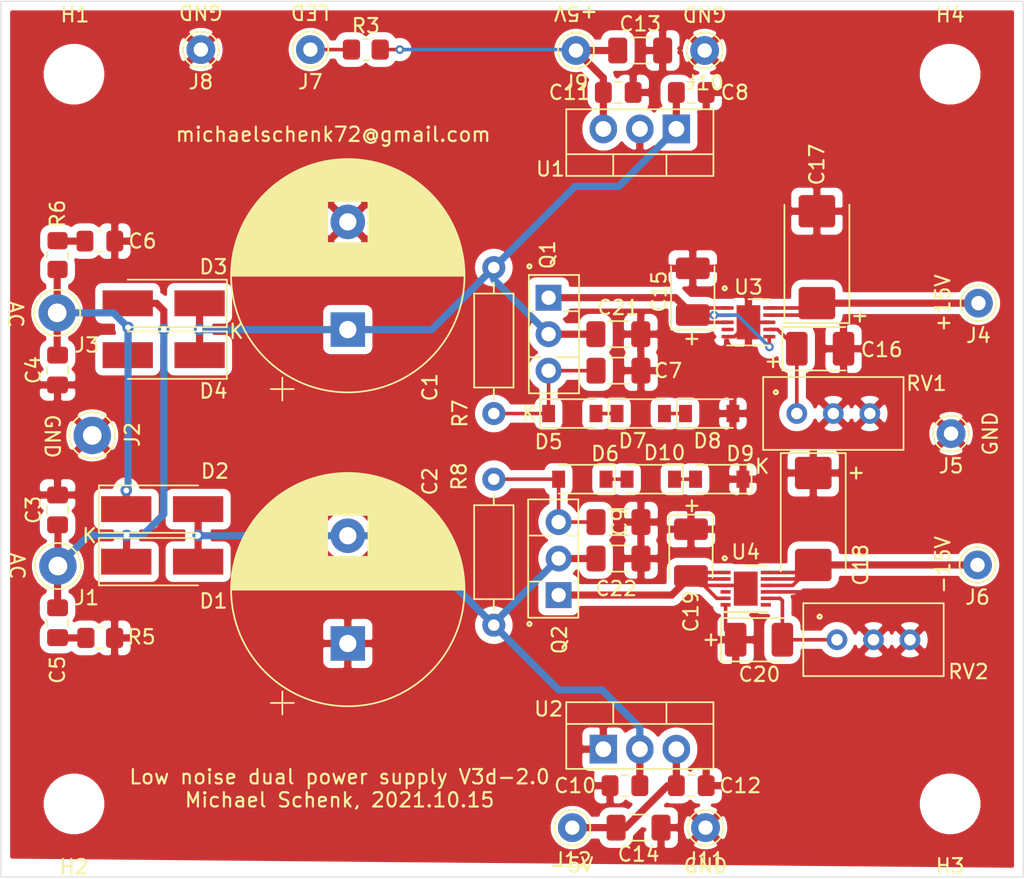
<source format=kicad_pcb>
(kicad_pcb (version 20171130) (host pcbnew "(5.1.10-0-10_14)")
  (layers (0 F.Cu signal) (31 B.Cu signal) (34 B.Paste user) (35 F.Paste user) (36 B.SilkS user) (37 F.SilkS user) (38 B.Mask user) (39 F.Mask user) (44 Edge.Cuts user))
  (net 0 "")
  (net 1 GND)
  (net 2 "Net-(C1-Pad1)")
  (net 3 "Net-(C4-Pad2)")
  (net 4 "Net-(C10-Pad2)")
  (net 5 "Net-(C11-Pad1)")
  (net 6 "Net-(C12-Pad2)")
  (net 7 "Net-(J7-Pad1)")
  (net 8 "Net-(C7-Pad1)")
  (net 9 "Net-(C9-Pad2)")
  (net 10 "Net-(C17-Pad1)")
  (net 11 "Net-(C18-Pad2)")
  (net 12 "Net-(C3-Pad1)")
  (net 13 "Net-(C5-Pad2)")
  (net 14 "Net-(C6-Pad2)")
  (net 15 "Net-(C20-Pad2)")
  (net 16 "Net-(D5-Pad2)")
  (net 17 "Net-(D10-Pad2)")
  (net 18 "Net-(D7-Pad2)")
  (net 19 "Net-(D10-Pad1)")
  (net 20 "Net-(C15-Pad1)")
  (net 21 "Net-(C16-Pad1)")
  (net 22 "Net-(C19-Pad2)")
  (module Capacitor_SMD:C_1206_3216Metric_Pad1.33x1.80mm_HandSolder (layer F.Cu) (at 122.9745 66.7385 180)
    (fp_text reference C22 (at 0.1655 -2.0955 180) (layer F.SilkS))
    (fp_text value 4.7uF/50V)
    (pad 2 smd roundrect (at 1.5625 0 180) (size 1.325 1.8) (layers F.Cu F.Paste F.Mask) (roundrect_rratio 0.188679) (net 4 "Net-(C10-Pad2)"))
    (pad 1 smd roundrect (at -1.5625 0 180) (size 1.325 1.8) (layers F.Cu F.Paste F.Mask) (roundrect_rratio 0.188679) (net 1 GND))
  )
  (module Capacitor_SMD:C_1206_3216Metric_Pad1.33x1.80mm_HandSolder (layer F.Cu) (at 122.961 51.1175)
    (fp_text reference C21 (at 0 -1.85) (layer F.SilkS))
    (fp_text value 4.7uF/50V)
    (pad 2 smd roundrect (at 1.5625 0) (size 1.325 1.8) (layers F.Cu F.Paste F.Mask) (roundrect_rratio 0.188679) (net 1 GND))
    (pad 1 smd roundrect (at -1.5625 0) (size 1.325 1.8) (layers F.Cu F.Paste F.Mask) (roundrect_rratio 0.188679) (net 2 "Net-(C1-Pad1)"))
  )
  (module Package_DFN_QFN:DFN-12-1EP_3x3mm_P0.45mm_EP1.66x2.38mm (layer F.Cu) (at 131.826 68.834)
    (fp_text reference U4 (at 0 -2.55) (layer F.SilkS))
    (fp_text value LT3094xDD-12DFN)
    (pad 13 smd rect (at 0 0) (size 1.66 2.38) (layers F.Cu F.Mask) (net 22 "Net-(C19-Pad2)"))
    (pad 12 smd rect (at 1.4 -1.125) (size 0.7 0.25) (layers F.Cu F.Paste F.Mask) (net 11 "Net-(C18-Pad2)"))
    (pad 11 smd rect (at 1.4 -0.675) (size 0.7 0.25) (layers F.Cu F.Paste F.Mask) (net 11 "Net-(C18-Pad2)"))
    (pad 10 smd rect (at 1.4 -0.225) (size 0.7 0.25) (layers F.Cu F.Paste F.Mask) (net 11 "Net-(C18-Pad2)"))
    (pad 9 smd rect (at 1.4 0.225) (size 0.7 0.25) (layers F.Cu F.Paste F.Mask) (net 1 GND))
    (pad 8 smd rect (at 1.4 0.675) (size 0.7 0.25) (layers F.Cu F.Paste F.Mask) (net 15 "Net-(C20-Pad2)"))
    (pad 7 smd rect (at 1.4 1.125) (size 0.7 0.25) (layers F.Cu F.Paste F.Mask))
    (pad 6 smd rect (at -1.4 1.125) (size 0.7 0.25) (layers F.Cu F.Paste F.Mask) (net 1 GND))
    (pad 5 smd rect (at -1.4 0.675) (size 0.7 0.25) (layers F.Cu F.Paste F.Mask) (net 22 "Net-(C19-Pad2)"))
    (pad 4 smd rect (at -1.4 0.225) (size 0.7 0.25) (layers F.Cu F.Paste F.Mask))
    (pad 3 smd rect (at -1.4 -0.225) (size 0.7 0.25) (layers F.Cu F.Paste F.Mask) (net 22 "Net-(C19-Pad2)"))
    (pad 2 smd rect (at -1.4 -0.675) (size 0.7 0.25) (layers F.Cu F.Paste F.Mask) (net 22 "Net-(C19-Pad2)"))
    (pad 1 smd rect (at -1.4 -1.125) (size 0.7 0.25) (layers F.Cu F.Paste F.Mask) (net 22 "Net-(C19-Pad2)"))
  )
  (module Capacitor_Tantalum_SMD:CP_EIA-3528-15_AVX-H_Pad1.50x2.35mm_HandSolder (layer F.Cu) (at 132.7525 72.39)
    (fp_text reference C20 (at 0.026 2.413) (layer F.SilkS))
    (fp_text value 4.7uF/35V)
    (pad 2 smd roundrect (at 1.625 0) (size 1.5 2.35) (layers F.Cu F.Paste F.Mask) (roundrect_rratio 0.166667) (net 15 "Net-(C20-Pad2)"))
    (pad 1 smd roundrect (at -1.625 0) (size 1.5 2.35) (layers F.Cu F.Paste F.Mask) (roundrect_rratio 0.166667) (net 1 GND))
  )
  (module Capacitor_Tantalum_SMD:CP_EIA-3528-15_AVX-H_Pad1.50x2.35mm_HandSolder (layer F.Cu) (at 128.016 66.32 270)
    (fp_text reference C19 (at 4.1015 0 90) (layer F.SilkS))
    (fp_text value 4.7uF/35V)
    (pad 2 smd roundrect (at 1.625 0 270) (size 1.5 2.35) (layers F.Cu F.Paste F.Mask) (roundrect_rratio 0.166667) (net 22 "Net-(C19-Pad2)"))
    (pad 1 smd roundrect (at -1.625 0 270) (size 1.5 2.35) (layers F.Cu F.Paste F.Mask) (roundrect_rratio 0.166667) (net 1 GND))
  )
  (module Package_DFN_QFN:DFN-10-1EP_3x3mm_P0.5mm_EP1.65x2.38mm (layer F.Cu) (at 132.0165 50.292)
    (fp_text reference U3 (at 0 -2.45) (layer F.SilkS))
    (fp_text value LT3045xDD-10DFN)
    (pad 11 smd rect (at 0 0) (size 1.65 2.38) (layers F.Cu F.Mask) (net 1 GND))
    (pad 10 smd roundrect (at 1.45 -1) (size 0.85 0.25) (layers F.Cu F.Paste F.Mask) (net 10 "Net-(C17-Pad1)"))
    (pad 9 smd roundrect (at 1.45 -0.5) (size 0.85 0.25) (layers F.Cu F.Paste F.Mask) (net 10 "Net-(C17-Pad1)"))
    (pad 8 smd roundrect (at 1.45 0) (size 0.85 0.25) (layers F.Cu F.Paste F.Mask) (net 1 GND))
    (pad 7 smd roundrect (at 1.45 0.5) (size 0.85 0.25) (layers F.Cu F.Paste F.Mask) (net 21 "Net-(C16-Pad1)"))
    (pad 6 smd roundrect (at 1.45 1) (size 0.85 0.25) (layers F.Cu F.Paste F.Mask) (net 20 "Net-(C15-Pad1)"))
    (pad 5 smd roundrect (at -1.45 1) (size 0.85 0.25) (layers F.Cu F.Paste F.Mask) (net 1 GND))
    (pad 4 smd roundrect (at -1.45 0.5) (size 0.85 0.25) (layers F.Cu F.Paste F.Mask))
    (pad 3 smd roundrect (at -1.45 0) (size 0.85 0.25) (layers F.Cu F.Paste F.Mask) (net 20 "Net-(C15-Pad1)"))
    (pad 2 smd roundrect (at -1.45 -0.5) (size 0.85 0.25) (layers F.Cu F.Paste F.Mask) (net 20 "Net-(C15-Pad1)"))
    (pad 1 smd roundrect (at -1.45 -1) (size 0.85 0.25) (layers F.Cu F.Paste F.Mask) (net 20 "Net-(C15-Pad1)"))
  )
  (module Capacitor_Tantalum_SMD:CP_EIA-3528-15_AVX-H_Pad1.50x2.35mm_HandSolder (layer F.Cu) (at 137.007 52.1335)
    (fp_text reference C16 (at 4.2805 0.0635) (layer F.SilkS))
    (fp_text value 4.7uF/35V)
    (pad 2 smd roundrect (at 1.625 0) (size 1.5 2.35) (layers F.Cu F.Paste F.Mask) (roundrect_rratio 0.166667) (net 1 GND))
    (pad 1 smd roundrect (at -1.625 0) (size 1.5 2.35) (layers F.Cu F.Paste F.Mask) (roundrect_rratio 0.166667) (net 21 "Net-(C16-Pad1)"))
  )
  (module Capacitor_Tantalum_SMD:CP_EIA-3528-15_AVX-H_Pad1.50x2.35mm_HandSolder (layer F.Cu) (at 128.143 48.159 90)
    (fp_text reference C15 (at 0 -2.35 90) (layer F.SilkS))
    (fp_text value 4.7uF/35V)
    (pad 2 smd roundrect (at 1.625 0 90) (size 1.5 2.35) (layers F.Cu F.Paste F.Mask) (roundrect_rratio 0.166667) (net 1 GND))
    (pad 1 smd roundrect (at -1.625 0 90) (size 1.5 2.35) (layers F.Cu F.Paste F.Mask) (roundrect_rratio 0.166667) (net 20 "Net-(C15-Pad1)"))
  )
  (module Capacitor_SMD:C_1206_3216Metric_Pad1.33x1.80mm_HandSolder (layer F.Cu) (at 122.9745 64.1985 180)
    (fp_text reference C9 (at -0.0885 0 90) (layer F.SilkS))
    (fp_text value 4.7uF/50V)
    (pad 2 smd roundrect (at 1.5625 0 180) (size 1.325 1.8) (layers F.Cu F.Paste F.Mask) (roundrect_rratio 0.188679) (net 9 "Net-(C9-Pad2)"))
    (pad 1 smd roundrect (at -1.5625 0 180) (size 1.325 1.8) (layers F.Cu F.Paste F.Mask) (roundrect_rratio 0.188679) (net 1 GND))
  )
  (module Capacitor_SMD:C_1206_3216Metric_Pad1.33x1.80mm_HandSolder (layer F.Cu) (at 122.9745 53.6575)
    (fp_text reference C7 (at 3.454 0) (layer F.SilkS))
    (fp_text value 4.7uF/50V)
    (pad 2 smd roundrect (at 1.5625 0) (size 1.325 1.8) (layers F.Cu F.Paste F.Mask) (roundrect_rratio 0.188679) (net 1 GND))
    (pad 1 smd roundrect (at -1.5625 0) (size 1.325 1.8) (layers F.Cu F.Paste F.Mask) (roundrect_rratio 0.188679) (net 8 "Net-(C7-Pad1)"))
  )
  (module Connector_Pin:Pin_D1.0mm_L10.0mm (layer F.Cu) (at 119.761 85.471)
    (fp_text reference J12 (at 0 2.25) (layer F.SilkS))
    (fp_text value -5V)
    (pad 1 thru_hole circle (at 0 0) (size 2 2) (drill 1) (layers *.Cu *.Mask) (net 6 "Net-(C12-Pad2)"))
  )
  (module Connector_Pin:Pin_D1.0mm_L10.0mm (layer F.Cu) (at 129.032 85.471)
    (fp_text reference J11 (at 0 2.25) (layer F.SilkS))
    (fp_text value GND)
    (pad 1 thru_hole circle (at 0 0) (size 2 2) (drill 1) (layers *.Cu *.Mask) (net 1 GND))
  )
  (module Connector_Pin:Pin_D1.0mm_L10.0mm (layer F.Cu) (at 128.9685 31.369)
    (fp_text reference J10 (at 0 2.25) (layer F.SilkS))
    (fp_text value GND)
    (pad 1 thru_hole circle (at 0 0) (size 2 2) (drill 1) (layers *.Cu *.Mask) (net 1 GND))
  )
  (module Connector_Pin:Pin_D1.0mm_L10.0mm (layer F.Cu) (at 120.015 31.369)
    (fp_text reference J9 (at 0 2.25) (layer F.SilkS))
    (fp_text value +5V)
    (pad 1 thru_hole circle (at 0 0) (size 2 2) (drill 1) (layers *.Cu *.Mask) (net 5 "Net-(C11-Pad1)"))
  )
  (module Connector_Pin:Pin_D1.0mm_L10.0mm (layer F.Cu) (at 93.9165 31.3055)
    (fp_text reference J8 (at 0 2.25) (layer F.SilkS))
    (fp_text value GND)
    (pad 1 thru_hole circle (at 0 0) (size 2 2) (drill 1) (layers *.Cu *.Mask) (net 1 GND))
  )
  (module Connector_Pin:Pin_D1.0mm_L10.0mm (layer F.Cu) (at 101.5365 31.3055)
    (fp_text reference J7 (at 0 2.25) (layer F.SilkS))
    (fp_text value LED)
    (pad 1 thru_hole circle (at 0 0) (size 2 2) (drill 1) (layers *.Cu *.Mask) (net 7 "Net-(J7-Pad1)"))
  )
  (module Connector_Pin:Pin_D1.0mm_L10.0mm (layer F.Cu) (at 147.955 67.183)
    (fp_text reference J6 (at 0 2.25) (layer F.SilkS))
    (fp_text value -15V)
    (pad 1 thru_hole circle (at 0 0) (size 2 2) (drill 1) (layers *.Cu *.Mask) (net 11 "Net-(C18-Pad2)"))
  )
  (module Connector_Pin:Pin_D1.0mm_L10.0mm (layer F.Cu) (at 146.1135 58.039)
    (fp_text reference J5 (at 0 2.25) (layer F.SilkS))
    (fp_text value GND)
    (pad 1 thru_hole circle (at 0 0) (size 2 2) (drill 1) (layers *.Cu *.Mask) (net 1 GND))
  )
  (module Connector_Pin:Pin_D1.0mm_L10.0mm (layer F.Cu) (at 148.0185 48.9585)
    (fp_text reference J4 (at 0 2.25) (layer F.SilkS))
    (fp_text value +15V)
    (pad 1 thru_hole circle (at 0 0) (size 2 2) (drill 1) (layers *.Cu *.Mask) (net 10 "Net-(C17-Pad1)"))
  )
  (module Diode_SMD:D_SOD-123 (layer F.Cu) (at 125.221 61.214 180)
    (fp_text reference D10 (at -0.9535 1.8415) (layer F.SilkS))
    (fp_text value MMSZ5232B/5.6V)
    (pad 2 smd rect (at 1.65 0 180) (size 0.9 1.2) (layers F.Cu F.Paste F.Mask) (net 17 "Net-(D10-Pad2)"))
    (pad 1 smd rect (at -1.65 0 180) (size 0.9 1.2) (layers F.Cu F.Paste F.Mask) (net 19 "Net-(D10-Pad1)"))
  )
  (module Diode_SMD:D_SOD-123 (layer F.Cu) (at 129.9835 61.214 180)
    (fp_text reference D9 (at -1.4615 1.778) (layer F.SilkS))
    (fp_text value MMSZ5232B/5.6V)
    (pad 2 smd rect (at 1.65 0 180) (size 0.9 1.2) (layers F.Cu F.Paste F.Mask) (net 19 "Net-(D10-Pad1)"))
    (pad 1 smd rect (at -1.65 0 180) (size 0.9 1.2) (layers F.Cu F.Paste F.Mask) (net 1 GND))
  )
  (module Diode_SMD:D_SOD-123 (layer F.Cu) (at 129.285 56.642)
    (fp_text reference D8 (at -0.126 1.905) (layer F.SilkS))
    (fp_text value MMSZ5232B/5.6V)
    (pad 2 smd rect (at 1.65 0) (size 0.9 1.2) (layers F.Cu F.Paste F.Mask) (net 1 GND))
    (pad 1 smd rect (at -1.65 0) (size 0.9 1.2) (layers F.Cu F.Paste F.Mask) (net 18 "Net-(D7-Pad2)"))
  )
  (module Diode_SMD:D_SOD-123 (layer F.Cu) (at 124.5225 56.642)
    (fp_text reference D7 (at -0.5705 1.905) (layer F.SilkS))
    (fp_text value MMSZ5232B/5.6V)
    (pad 2 smd rect (at 1.65 0) (size 0.9 1.2) (layers F.Cu F.Paste F.Mask) (net 18 "Net-(D7-Pad2)"))
    (pad 1 smd rect (at -1.65 0) (size 0.9 1.2) (layers F.Cu F.Paste F.Mask) (net 16 "Net-(D5-Pad2)"))
  )
  (module Capacitor_SMD:C_1206_3216Metric_Pad1.33x1.80mm_HandSolder (layer F.Cu) (at 124.3715 85.471 180)
    (fp_text reference C14 (at 0 -1.85) (layer F.SilkS))
    (fp_text value 10uF/25V)
    (pad 2 smd roundrect (at 1.5625 0 180) (size 1.325 1.8) (layers F.Cu F.Paste F.Mask) (roundrect_rratio 0.1886784905660377) (net 6 "Net-(C12-Pad2)"))
    (pad 1 smd roundrect (at -1.5625 0 180) (size 1.325 1.8) (layers F.Cu F.Paste F.Mask) (roundrect_rratio 0.1886784905660377) (net 1 GND))
  )
  (module Capacitor_SMD:C_1206_3216Metric_Pad1.33x1.80mm_HandSolder (layer F.Cu) (at 124.485 31.369)
    (fp_text reference C13 (at 0 -1.85) (layer F.SilkS))
    (fp_text value 10uF/25V)
    (pad 2 smd roundrect (at 1.5625 0) (size 1.325 1.8) (layers F.Cu F.Paste F.Mask) (roundrect_rratio 0.1886784905660377) (net 1 GND))
    (pad 1 smd roundrect (at -1.5625 0) (size 1.325 1.8) (layers F.Cu F.Paste F.Mask) (roundrect_rratio 0.1886784905660377) (net 5 "Net-(C11-Pad1)"))
  )
  (module Capacitor_SMD:C_0805_2012Metric_Pad1.18x1.45mm_HandSolder (layer F.Cu) (at 122.9575 34.29)
    (fp_text reference C11 (at -3.387 0) (layer F.SilkS))
    (fp_text value 100nF)
    (pad 2 smd roundrect (at 1.0375 0) (size 1.175 1.45) (layers F.Cu F.Paste F.Mask) (roundrect_rratio 0.2127659574468085) (net 1 GND))
    (pad 1 smd roundrect (at -1.0375 0) (size 1.175 1.45) (layers F.Cu F.Paste F.Mask) (roundrect_rratio 0.2127659574468085) (net 5 "Net-(C11-Pad1)"))
  )
  (module Resistor_THT:R_Axial_DIN0207_L6.3mm_D2.5mm_P10.16mm_Horizontal (layer F.Cu) (at 114.3 61.214 270)
    (fp_text reference R8 (at -0.1905 2.413 90) (layer F.SilkS))
    (fp_text value 430R/0.6W)
    (pad 2 thru_hole oval (at 10.16 0 270) (size 1.6 1.6) (drill 0.8) (layers *.Cu *.Mask) (net 4 "Net-(C10-Pad2)"))
    (pad 1 thru_hole circle (at 0 0 270) (size 1.6 1.6) (drill 0.8) (layers *.Cu *.Mask) (net 9 "Net-(C9-Pad2)"))
  )
  (module Resistor_THT:R_Axial_DIN0207_L6.3mm_D2.5mm_P10.16mm_Horizontal (layer F.Cu) (at 114.3 46.482 270)
    (fp_text reference R7 (at 10.16 2.3495 90) (layer F.SilkS))
    (fp_text value 430R/0.6W)
    (pad 2 thru_hole oval (at 10.16 0 270) (size 1.6 1.6) (drill 0.8) (layers *.Cu *.Mask) (net 8 "Net-(C7-Pad1)"))
    (pad 1 thru_hole circle (at 0 0 270) (size 1.6 1.6) (drill 0.8) (layers *.Cu *.Mask) (net 2 "Net-(C1-Pad1)"))
  )
  (module Resistor_SMD:R_0805_2012Metric_Pad1.20x1.40mm_HandSolder (layer F.Cu) (at 83.947 45.609 270)
    (fp_text reference R6 (at -2.8735 0 90) (layer F.SilkS))
    (fp_text value Rs/1/8W)
    (pad 2 smd roundrect (at 1 0 270) (size 1.2 1.4) (layers F.Cu F.Paste F.Mask) (roundrect_rratio 0.2083325) (net 3 "Net-(C4-Pad2)"))
    (pad 1 smd roundrect (at -1 0 270) (size 1.2 1.4) (layers F.Cu F.Paste F.Mask) (roundrect_rratio 0.2083325) (net 14 "Net-(C6-Pad2)"))
  )
  (module Resistor_SMD:R_0805_2012Metric_Pad1.20x1.40mm_HandSolder (layer F.Cu) (at 86.9155 72.263)
    (fp_text reference R5 (at 2.8735 -0.0635) (layer F.SilkS))
    (fp_text value Rs/1/8W)
    (pad 2 smd roundrect (at 1 0) (size 1.2 1.4) (layers F.Cu F.Paste F.Mask) (roundrect_rratio 0.2083325) (net 1 GND))
    (pad 1 smd roundrect (at -1 0) (size 1.2 1.4) (layers F.Cu F.Paste F.Mask) (roundrect_rratio 0.2083325) (net 13 "Net-(C5-Pad2)"))
  )
  (module Package_TO_SOT_THT:TO-126-3_Vertical (layer F.Cu) (at 118.8085 69.2785 90)
    (fp_text reference Q2 (at -3.1115 0.0635 90) (layer F.SilkS))
    (fp_text value BD140)
    (pad 3 thru_hole oval (at 5.08 0 90) (size 1.8 1.8) (drill 1) (layers *.Cu *.Mask) (net 9 "Net-(C9-Pad2)"))
    (pad 2 thru_hole oval (at 2.54 0 90) (size 1.8 1.8) (drill 1) (layers *.Cu *.Mask) (net 4 "Net-(C10-Pad2)"))
    (pad 1 thru_hole rect (at 0 0 90) (size 1.8 1.8) (drill 1) (layers *.Cu *.Mask) (net 22 "Net-(C19-Pad2)"))
  )
  (module Package_TO_SOT_THT:TO-126-3_Vertical (layer F.Cu) (at 118.11 48.5775 270)
    (fp_text reference Q1 (at -2.9845 0.0635 90) (layer F.SilkS))
    (fp_text value BD139)
    (pad 3 thru_hole oval (at 5.08 0 270) (size 1.8 1.8) (drill 1) (layers *.Cu *.Mask) (net 8 "Net-(C7-Pad1)"))
    (pad 2 thru_hole oval (at 2.54 0 270) (size 1.8 1.8) (drill 1) (layers *.Cu *.Mask) (net 2 "Net-(C1-Pad1)"))
    (pad 1 thru_hole rect (at 0 0 270) (size 1.8 1.8) (drill 1) (layers *.Cu *.Mask) (net 20 "Net-(C15-Pad1)"))
  )
  (module Diode_SMD:D_SOD-123 (layer F.Cu) (at 120.4585 61.214 180)
    (fp_text reference D6 (at -1.5885 1.778) (layer F.SilkS))
    (fp_text value MMSZ5232B/5.6V)
    (pad 2 smd rect (at 1.65 0 180) (size 0.9 1.2) (layers F.Cu F.Paste F.Mask) (net 9 "Net-(C9-Pad2)"))
    (pad 1 smd rect (at -1.65 0 180) (size 0.9 1.2) (layers F.Cu F.Paste F.Mask) (net 17 "Net-(D10-Pad2)"))
  )
  (module Diode_SMD:D_SOD-123 (layer F.Cu) (at 119.76 56.642)
    (fp_text reference D5 (at -1.65 1.9685) (layer F.SilkS))
    (fp_text value MMSZ5232B/5.6V)
    (pad 2 smd rect (at 1.65 0) (size 0.9 1.2) (layers F.Cu F.Paste F.Mask) (net 16 "Net-(D5-Pad2)"))
    (pad 1 smd rect (at -1.65 0) (size 0.9 1.2) (layers F.Cu F.Paste F.Mask) (net 8 "Net-(C7-Pad1)"))
  )
  (module Capacitor_SMD:C_0805_2012Metric_Pad1.18x1.45mm_HandSolder (layer F.Cu) (at 86.8895 44.6405 180)
    (fp_text reference C6 (at -2.963 0) (layer F.SilkS))
    (fp_text value Cs/50V)
    (pad 2 smd roundrect (at 1.0375 0 180) (size 1.175 1.45) (layers F.Cu F.Paste F.Mask) (roundrect_rratio 0.2127659574468085) (net 14 "Net-(C6-Pad2)"))
    (pad 1 smd roundrect (at -1.0375 0 180) (size 1.175 1.45) (layers F.Cu F.Paste F.Mask) (roundrect_rratio 0.2127659574468085) (net 1 GND))
  )
  (module Capacitor_SMD:C_0805_2012Metric_Pad1.18x1.45mm_HandSolder (layer F.Cu) (at 83.947 71.205 270)
    (fp_text reference C5 (at 3.2805 0 90) (layer F.SilkS))
    (fp_text value Cs/50V)
    (pad 2 smd roundrect (at 1.0375 0 270) (size 1.175 1.45) (layers F.Cu F.Paste F.Mask) (roundrect_rratio 0.2127659574468085) (net 13 "Net-(C5-Pad2)"))
    (pad 1 smd roundrect (at -1.0375 0 270) (size 1.175 1.45) (layers F.Cu F.Paste F.Mask) (roundrect_rratio 0.2127659574468085) (net 12 "Net-(C3-Pad1)"))
  )
  (module Capacitor_SMD:C_0805_2012Metric_Pad1.18x1.45mm_HandSolder (layer F.Cu) (at 83.947 53.6155 90)
    (fp_text reference C4 (at 0 -1.68 90) (layer F.SilkS))
    (fp_text value Cx/10nF/50V)
    (pad 2 smd roundrect (at 1.0375 0 90) (size 1.175 1.45) (layers F.Cu F.Paste F.Mask) (roundrect_rratio 0.2127659574468085) (net 3 "Net-(C4-Pad2)"))
    (pad 1 smd roundrect (at -1.0375 0 90) (size 1.175 1.45) (layers F.Cu F.Paste F.Mask) (roundrect_rratio 0.2127659574468085) (net 1 GND))
  )
  (module Capacitor_SMD:C_0805_2012Metric_Pad1.18x1.45mm_HandSolder (layer F.Cu) (at 83.947 63.3515 90)
    (fp_text reference C3 (at 0 -1.68 90) (layer F.SilkS))
    (fp_text value Cx/10nF/50V)
    (pad 2 smd roundrect (at 1.0375 0 90) (size 1.175 1.45) (layers F.Cu F.Paste F.Mask) (roundrect_rratio 0.2127659574468085) (net 1 GND))
    (pad 1 smd roundrect (at -1.0375 0 90) (size 1.175 1.45) (layers F.Cu F.Paste F.Mask) (roundrect_rratio 0.2127659574468085) (net 12 "Net-(C3-Pad1)"))
  )
  (module Capacitor_Tantalum_SMD:CP_EIA-7343-31_Kemet-D_Pad2.25x2.55mm_HandSolder (layer F.Cu) (at 136.525 63.983 270)
    (fp_text reference C18 (at 3.2 -3.302 90) (layer F.SilkS))
    (fp_text value 33uF)
    (pad 2 smd roundrect (at 3.2 0 270) (size 2.25 2.55) (layers F.Cu F.Paste F.Mask) (roundrect_rratio 0.1111106666666667) (net 11 "Net-(C18-Pad2)"))
    (pad 1 smd roundrect (at -3.2 0 270) (size 2.25 2.55) (layers F.Cu F.Paste F.Mask) (roundrect_rratio 0.1111106666666667) (net 1 GND))
  )
  (module Capacitor_Tantalum_SMD:CP_EIA-7343-31_Kemet-D_Pad2.25x2.55mm_HandSolder (layer F.Cu) (at 136.779 45.7585 90)
    (fp_text reference C17 (at 6.452 0 90) (layer F.SilkS))
    (fp_text value 33uF)
    (pad 2 smd roundrect (at 3.2 0 90) (size 2.25 2.55) (layers F.Cu F.Paste F.Mask) (roundrect_rratio 0.1111106666666667) (net 1 GND))
    (pad 1 smd roundrect (at -3.2 0 90) (size 2.25 2.55) (layers F.Cu F.Paste F.Mask) (roundrect_rratio 0.1111106666666667) (net 10 "Net-(C17-Pad1)"))
  )
  (module Package_TO_SOT_THT:TO-220-3_Vertical (layer F.Cu) (at 121.92 80.01)
    (fp_text reference U2 (at -3.81 -2.794) (layer F.SilkS))
    (fp_text value LM7905_TO220)
    (pad 3 thru_hole oval (at 5.08 0) (size 1.905 2) (drill 1.1) (layers *.Cu *.Mask) (net 6 "Net-(C12-Pad2)"))
    (pad 2 thru_hole oval (at 2.54 0) (size 1.905 2) (drill 1.1) (layers *.Cu *.Mask) (net 4 "Net-(C10-Pad2)"))
    (pad 1 thru_hole rect (at 0 0) (size 1.905 2) (drill 1.1) (layers *.Cu *.Mask) (net 1 GND))
  )
  (module Package_TO_SOT_THT:TO-220-3_Vertical (layer F.Cu) (at 127 36.83 180)
    (fp_text reference U1 (at 8.763 -2.794) (layer F.SilkS))
    (fp_text value LM7805_TO220)
    (pad 3 thru_hole oval (at 5.08 0 180) (size 1.905 2) (drill 1.1) (layers *.Cu *.Mask) (net 5 "Net-(C11-Pad1)"))
    (pad 2 thru_hole oval (at 2.54 0 180) (size 1.905 2) (drill 1.1) (layers *.Cu *.Mask) (net 1 GND))
    (pad 1 thru_hole rect (at 0 0 180) (size 1.905 2) (drill 1.1) (layers *.Cu *.Mask) (net 2 "Net-(C1-Pad1)"))
  )
  (module Diode_SMD:D_SMA_Handsoldering (layer F.Cu) (at 91.3276 52.578 180)
    (fp_text reference D4 (at -3.4652 -2.5) (layer F.SilkS))
    (fp_text value BYG20D)
    (pad 2 smd rect (at 2.5 0 180) (size 3.5 1.8) (layers F.Cu F.Paste F.Mask) (net 3 "Net-(C4-Pad2)"))
    (pad 1 smd rect (at -2.5 0 180) (size 3.5 1.8) (layers F.Cu F.Paste F.Mask) (net 2 "Net-(C1-Pad1)"))
  )
  (module Diode_SMD:D_SMA_Handsoldering (layer F.Cu) (at 91.3276 48.9712 180)
    (fp_text reference D3 (at -3.4652 2.54) (layer F.SilkS))
    (fp_text value BYG20D)
    (pad 2 smd rect (at 2.5 0 180) (size 3.5 1.8) (layers F.Cu F.Paste F.Mask) (net 12 "Net-(C3-Pad1)"))
    (pad 1 smd rect (at -2.5 0 180) (size 3.5 1.8) (layers F.Cu F.Paste F.Mask) (net 2 "Net-(C1-Pad1)"))
  )
  (module Diode_SMD:D_SMA_Handsoldering (layer F.Cu) (at 91.226 63.2968)
    (fp_text reference D2 (at 3.6684 -2.6416) (layer F.SilkS))
    (fp_text value BYG20D)
    (pad 2 smd rect (at 2.5 0) (size 3.5 1.8) (layers F.Cu F.Paste F.Mask) (net 4 "Net-(C10-Pad2)"))
    (pad 1 smd rect (at -2.5 0) (size 3.5 1.8) (layers F.Cu F.Paste F.Mask) (net 3 "Net-(C4-Pad2)"))
  )
  (module Diode_SMD:D_SMA_Handsoldering (layer F.Cu) (at 91.226 66.9544)
    (fp_text reference D1 (at 3.5668 2.7432) (layer F.SilkS))
    (fp_text value BYG20D)
    (pad 2 smd rect (at 2.5 0) (size 3.5 1.8) (layers F.Cu F.Paste F.Mask) (net 4 "Net-(C10-Pad2)"))
    (pad 1 smd rect (at -2.5 0) (size 3.5 1.8) (layers F.Cu F.Paste F.Mask) (net 12 "Net-(C3-Pad1)"))
  )
  (module Capacitor_THT:CP_Radial_D16.0mm_P7.50mm (layer F.Cu) (at 104.14 72.651 90)
    (fp_text reference C2 (at 11.2846 5.715 90) (layer F.SilkS))
    (fp_text value 2200uF)
    (pad 2 thru_hole circle (at 7.5 0 90) (size 2.4 2.4) (drill 1.2) (layers *.Cu *.Mask) (net 4 "Net-(C10-Pad2)"))
    (pad 1 thru_hole rect (at 0 0 90) (size 2.4 2.4) (drill 1.2) (layers *.Cu *.Mask) (net 1 GND))
  )
  (module Capacitor_THT:CP_Radial_D16.0mm_P7.50mm (layer F.Cu) (at 104.14 50.8 90)
    (fp_text reference C1 (at -4.0132 5.715 90) (layer F.SilkS))
    (fp_text value 2200uF)
    (pad 2 thru_hole circle (at 7.5 0 90) (size 2.4 2.4) (drill 1.2) (layers *.Cu *.Mask) (net 1 GND))
    (pad 1 thru_hole rect (at 0 0 90) (size 2.4 2.4) (drill 1.2) (layers *.Cu *.Mask) (net 2 "Net-(C1-Pad1)"))
  )
  (module Resistor_SMD:R_0805_2012Metric_Pad1.20x1.40mm_HandSolder (layer F.Cu) (at 105.394 31.3055)
    (fp_text reference R3 (at 0 -1.65) (layer F.SilkS))
    (fp_text value 240R)
    (pad 2 smd roundrect (at 1 0) (size 1.2 1.4) (layers F.Cu F.Paste F.Mask) (roundrect_rratio 0.2083325) (net 5 "Net-(C11-Pad1)"))
    (pad 1 smd roundrect (at -1 0) (size 1.2 1.4) (layers F.Cu F.Paste F.Mask) (roundrect_rratio 0.2083325) (net 7 "Net-(J7-Pad1)"))
  )
  (module Capacitor_SMD:C_0805_2012Metric_Pad1.18x1.45mm_HandSolder (layer F.Cu) (at 128.0375 82.55 180)
    (fp_text reference C12 (at -3.4075 0) (layer F.SilkS))
    (fp_text value 100nF)
    (pad 2 smd roundrect (at 1.0375 0 180) (size 1.175 1.45) (layers F.Cu F.Paste F.Mask) (roundrect_rratio 0.2127659574468085) (net 6 "Net-(C12-Pad2)"))
    (pad 1 smd roundrect (at -1.0375 0 180) (size 1.175 1.45) (layers F.Cu F.Paste F.Mask) (roundrect_rratio 0.2127659574468085) (net 1 GND))
  )
  (module Capacitor_SMD:C_0805_2012Metric_Pad1.18x1.45mm_HandSolder (layer F.Cu) (at 123.4225 82.55)
    (fp_text reference C10 (at -3.471 0) (layer F.SilkS))
    (fp_text value 330nF)
    (pad 2 smd roundrect (at 1.0375 0) (size 1.175 1.45) (layers F.Cu F.Paste F.Mask) (roundrect_rratio 0.2127659574468085) (net 4 "Net-(C10-Pad2)"))
    (pad 1 smd roundrect (at -1.0375 0) (size 1.175 1.45) (layers F.Cu F.Paste F.Mask) (roundrect_rratio 0.2127659574468085) (net 1 GND))
  )
  (module Capacitor_SMD:C_0805_2012Metric_Pad1.18x1.45mm_HandSolder (layer F.Cu) (at 128.0375 34.29)
    (fp_text reference C8 (at 3.0265 0) (layer F.SilkS))
    (fp_text value 330nF)
    (pad 2 smd roundrect (at 1.0375 0) (size 1.175 1.45) (layers F.Cu F.Paste F.Mask) (roundrect_rratio 0.2127659574468085) (net 1 GND))
    (pad 1 smd roundrect (at -1.0375 0) (size 1.175 1.45) (layers F.Cu F.Paste F.Mask) (roundrect_rratio 0.2127659574468085) (net 2 "Net-(C1-Pad1)"))
  )
  (module Potentiometer_THT:Potentiometer_Bourns_3296W_Vertical (layer F.Cu) (at 138.176 72.39 180)
    (fp_text reference RV2 (at -9.144 -2.2225) (layer F.SilkS))
    (fp_text value 200k)
    (pad 3 thru_hole circle (at -5.08 0 180) (size 1.44 1.44) (drill 0.8) (layers *.Cu *.Mask) (net 1 GND))
    (pad 2 thru_hole circle (at -2.54 0 180) (size 1.44 1.44) (drill 0.8) (layers *.Cu *.Mask) (net 1 GND))
    (pad 1 thru_hole circle (at 0 0 180) (size 1.44 1.44) (drill 0.8) (layers *.Cu *.Mask) (net 15 "Net-(C20-Pad2)"))
  )
  (module Potentiometer_THT:Potentiometer_Bourns_3296W_Vertical (layer F.Cu) (at 135.382 56.642 180)
    (fp_text reference RV1 (at -9.017 2.0955) (layer F.SilkS))
    (fp_text value 200k)
    (pad 3 thru_hole circle (at -5.08 0 180) (size 1.44 1.44) (drill 0.8) (layers *.Cu *.Mask) (net 1 GND))
    (pad 2 thru_hole circle (at -2.54 0 180) (size 1.44 1.44) (drill 0.8) (layers *.Cu *.Mask) (net 1 GND))
    (pad 1 thru_hole circle (at 0 0 180) (size 1.44 1.44) (drill 0.8) (layers *.Cu *.Mask) (net 21 "Net-(C16-Pad1)"))
  )
  (module Connector_Pin:Pin_D1.3mm_L11.0mm (layer F.Cu) (at 83.9216 49.6316)
    (fp_text reference J3 (at 2.0574 2.2479 180) (layer F.SilkS))
    (fp_text value AC)
    (pad 1 thru_hole circle (at 0 0) (size 2.6 2.6) (drill 1.3) (layers *.Cu *.Mask) (net 3 "Net-(C4-Pad2)"))
  )
  (module Connector_Pin:Pin_D1.3mm_L11.0mm (layer F.Cu) (at 86.36 58.166)
    (fp_text reference J2 (at 2.794 -0.0635 270) (layer F.SilkS))
    (fp_text value GND)
    (pad 1 thru_hole circle (at 0 0) (size 2.6 2.6) (drill 1.3) (layers *.Cu *.Mask) (net 1 GND))
  )
  (module Connector_Pin:Pin_D1.3mm_L11.0mm (layer F.Cu) (at 83.9724 67.2592)
    (fp_text reference J1 (at 2.0066 2.2098) (layer F.SilkS))
    (fp_text value AC)
    (pad 1 thru_hole circle (at 0 0) (size 2.6 2.6) (drill 1.3) (layers *.Cu *.Mask) (net 12 "Net-(C3-Pad1)"))
  )
  (module MountingHole:MountingHole_3.2mm_M3 (layer F.Cu) (at 146.05 33.02)
    (fp_text reference H4 (at 0 -4.1275) (layer F.SilkS))
    (fp_text value MountingHole)
    (pad 1 np_thru_hole circle (at 0 0) (size 3.2 3.2) (drill 3.2) (layers *.Cu *.Mask))
  )
  (module MountingHole:MountingHole_3.2mm_M3 (layer F.Cu) (at 146.05 83.82)
    (fp_text reference H3 (at 0 4.318) (layer F.SilkS))
    (fp_text value MountingHole)
    (pad 1 np_thru_hole circle (at 0 0) (size 3.2 3.2) (drill 3.2) (layers *.Cu *.Mask))
  )
  (module MountingHole:MountingHole_3.2mm_M3 (layer F.Cu) (at 85.09 83.82)
    (fp_text reference H2 (at 0 4.3815) (layer F.SilkS))
    (fp_text value MountingHole)
    (pad 1 np_thru_hole circle (at 0 0) (size 3.2 3.2) (drill 3.2) (layers *.Cu *.Mask))
  )
  (module MountingHole:MountingHole_3.2mm_M3 (layer F.Cu) (at 85.09 33.02)
    (fp_text reference H1 (at 0.0635 -4.1275) (layer F.SilkS))
    (fp_text value MountingHole)
    (pad 1 np_thru_hole circle (at 0 0) (size 3.2 3.2) (drill 3.2) (layers *.Cu *.Mask))
  )
  (gr_text + (at 129.413 72.3265) (layer F.SilkS) (effects (font (size 1 1))))
  (gr_text + (at 128.0795 62.992) (layer F.SilkS) (effects (font (size 1 1))))
  (gr_text + (at 128.0795 51.3715) (layer F.SilkS) (effects (font (size 1 1))))
  (gr_text + (at 133.731 52.959) (layer F.SilkS) (effects (font (size 1 1))))
  (gr_text ° (at 116.7765 71.6915) (layer F.SilkS) (effects (font (size 1 1))))
  (gr_text ° (at 116.7765 46.7995) (layer F.SilkS) (effects (font (size 1 1))))
  (gr_text + (at 139.5095 60.706) (layer F.SilkS) (effects (font (size 1 1))))
  (gr_text + (at 139.7635 49.784) (layer F.SilkS) (effects (font (size 1 1))))
  (gr_text ° (at 136.9695 71.1835) (layer F.SilkS) (effects (font (size 1 1))))
  (gr_text ° (at 133.9215 55.5625) (layer F.SilkS) (effects (font (size 1 1))))
  (gr_text ° (at 130.3655 67.1195) (layer F.SilkS) (effects (font (size 1 1))))
  (gr_text ° (at 130.3655 48.3235) (layer F.SilkS) (effects (font (size 1 1))))
  (gr_text K (at 132.969 60.325) (layer F.SilkS) (effects (font (size 1 1))))
  (gr_text K (at 116.7765 56.642) (layer F.SilkS) (effects (font (size 1 1))))
  (gr_text K (at 86.1695 65.151) (layer F.SilkS) (effects (font (size 1 1))))
  (gr_text K (at 96.393 50.927) (layer F.SilkS) (effects (font (size 1 1))))
  (gr_text "Low noise dual power supply V3d-2.0\nMichael Schenk, 2021.10.15" (at 103.5685 82.7405) (layer F.SilkS) (effects (font (size 1 1))))
  (gr_text GND (at 128.9685 28.829 180) (layer F.SilkS) (effects (font (size 1 1))))
  (gr_text +5V (at 120.015 28.7655 180) (layer F.SilkS) (effects (font (size 1 1))))
  (gr_text -5V (at 119.6975 88.0745) (layer F.SilkS) (effects (font (size 1 1))))
  (gr_text GND (at 129.032 88.138) (layer F.SilkS) (effects (font (size 1 1))))
  (gr_text GND (at 93.9165 28.702 180) (layer F.SilkS) (effects (font (size 1 1))))
  (gr_text LED (at 101.5365 28.702 180) (layer F.SilkS) (effects (font (size 1 1))))
  (gr_line (start 80.01 27.94) (end 80.01 88.9) (layer Edge.Cuts) (width 0.05))
  (gr_line (start 151.13 27.94) (end 80.01 27.94) (layer Edge.Cuts) (width 0.05))
  (gr_line (start 151.13 88.9) (end 151.13 27.94) (layer Edge.Cuts) (width 0.05))
  (gr_line (start 80.01 88.9) (end 151.13 88.9) (layer Edge.Cuts) (width 0.05))
  (gr_text michaelschenk72@gmail.com (at 103.124 37.211) (layer F.SilkS) (effects (font (size 1 1))))
  (gr_text GND (at 83.566 58.2295 270) (layer F.SilkS) (effects (font (size 1 1))))
  (gr_text AC (at 81.1276 67.2592 270) (layer F.SilkS) (effects (font (size 1 1))))
  (gr_text AC (at 81.026 49.7332 270) (layer F.SilkS) (effects (font (size 1 1))))
  (gr_text -15V (at 145.542 67.183 90) (layer F.SilkS) (effects (font (size 1 1))))
  (gr_text GND (at 148.844 58.039 90) (layer F.SilkS) (effects (font (size 1 1))))
  (gr_text +15V (at 145.542 48.9585 90) (layer F.SilkS) (effects (font (size 1 1))))
  (segment (start 133.4665 50.292) (end 132.0165 50.292) (width 0.25) (layer F.Cu) (net 1))
  (segment (start 132.0165 50.315022) (end 132.0165 50.292) (width 0.25) (layer F.Cu) (net 1))
  (segment (start 131.039522 51.292) (end 132.0165 50.315022) (width 0.25) (layer F.Cu) (net 1))
  (segment (start 130.5665 51.292) (end 131.039522 51.292) (width 0.25) (layer F.Cu) (net 1))
  (segment (start 133.226 69.059) (end 138.3375 69.059) (width 0.25) (layer F.Cu) (net 1))
  (segment (start 138.3375 69.059) (end 140.0175 70.739) (width 0.25) (layer F.Cu) (net 1))
  (segment (start 130.426 71.6885) (end 131.1275 72.39) (width 0.25) (layer F.Cu) (net 1))
  (segment (start 130.426 69.959) (end 130.426 71.6885) (width 0.25) (layer F.Cu) (net 1))
  (segment (start 93.8276 52.244) (end 93.7984 52.2732) (width 0.5) (layer F.Cu) (net 2))
  (via (at 93.8276 50.8) (size 0.8) (drill 0.4) (layers F.Cu B.Cu) (net 2))
  (segment (start 93.8276 50.8) (end 93.8276 48.9712) (width 0.5) (layer F.Cu) (net 2))
  (segment (start 93.8276 50.8) (end 93.8276 52.578) (width 0.5) (layer F.Cu) (net 2))
  (segment (start 109.982 50.8) (end 114.3 46.482) (width 0.5) (layer B.Cu) (net 2))
  (segment (start 104.14 50.8) (end 109.982 50.8) (width 0.5) (layer B.Cu) (net 2))
  (segment (start 114.3 47.3075) (end 114.3 46.482) (width 0.5) (layer B.Cu) (net 2))
  (segment (start 118.11 51.1175) (end 114.3 47.3075) (width 0.5) (layer B.Cu) (net 2))
  (segment (start 127 36.83) (end 127 34.29) (width 0.5) (layer F.Cu) (net 2))
  (segment (start 114.3 46.482) (end 119.9515 40.8305) (width 0.5) (layer B.Cu) (net 2))
  (segment (start 122.9995 40.8305) (end 127 36.83) (width 0.5) (layer B.Cu) (net 2))
  (segment (start 119.9515 40.8305) (end 122.9995 40.8305) (width 0.5) (layer B.Cu) (net 2))
  (segment (start 104.14 50.8) (end 93.8276 50.8) (width 0.5) (layer B.Cu) (net 2))
  (segment (start 121.3985 51.1175) (end 118.11 51.1175) (width 0.5) (layer F.Cu) (net 2))
  (segment (start 88.726 63.2968) (end 88.726 61.9976) (width 0.5) (layer F.Cu) (net 3))
  (segment (start 87.8332 49.6316) (end 88.8492 50.6476) (width 0.5) (layer B.Cu) (net 3))
  (via (at 88.8492 50.6476) (size 0.8) (drill 0.4) (layers F.Cu B.Cu) (net 3))
  (segment (start 83.9216 49.6316) (end 87.8332 49.6316) (width 0.5) (layer B.Cu) (net 3))
  (segment (start 88.8492 52.5564) (end 88.8276 52.578) (width 0.5) (layer F.Cu) (net 3))
  (segment (start 88.8492 50.6476) (end 88.8492 52.5564) (width 0.5) (layer F.Cu) (net 3))
  (via (at 88.726 61.9976) (size 0.8) (drill 0.4) (layers F.Cu B.Cu) (net 3))
  (segment (start 88.8492 61.8744) (end 88.726 61.9976) (width 0.5) (layer B.Cu) (net 3))
  (segment (start 88.8492 50.6476) (end 88.8492 61.8744) (width 0.5) (layer B.Cu) (net 3))
  (segment (start 83.9216 52.5526) (end 83.947 52.578) (width 0.5) (layer F.Cu) (net 3))
  (segment (start 83.9216 49.6316) (end 83.9216 52.5526) (width 0.5) (layer F.Cu) (net 3))
  (segment (start 83.9216 46.6344) (end 83.947 46.609) (width 0.5) (layer F.Cu) (net 3))
  (segment (start 83.9216 49.6316) (end 83.9216 46.6344) (width 0.5) (layer F.Cu) (net 3))
  (via (at 93.726 65.1256) (size 0.8) (drill 0.4) (layers F.Cu B.Cu) (net 4))
  (segment (start 93.726 65.1256) (end 93.726 63.2968) (width 0.5) (layer F.Cu) (net 4))
  (segment (start 93.726 65.1256) (end 93.726 66.9544) (width 0.5) (layer F.Cu) (net 4))
  (segment (start 124.46 82.55) (end 124.46 80.01) (width 0.5) (layer F.Cu) (net 4))
  (segment (start 108.077 65.151) (end 114.3 71.374) (width 0.5) (layer B.Cu) (net 4))
  (segment (start 104.14 65.151) (end 108.077 65.151) (width 0.5) (layer B.Cu) (net 4))
  (segment (start 114.3 71.247) (end 114.3 71.374) (width 0.5) (layer B.Cu) (net 4))
  (segment (start 118.8085 66.7385) (end 114.3 71.247) (width 0.5) (layer B.Cu) (net 4))
  (segment (start 114.3 71.374) (end 118.8085 75.8825) (width 0.5) (layer B.Cu) (net 4))
  (segment (start 124.46 78.51) (end 124.46 80.01) (width 0.5) (layer B.Cu) (net 4))
  (segment (start 121.8325 75.8825) (end 124.46 78.51) (width 0.5) (layer B.Cu) (net 4))
  (segment (start 118.8085 75.8825) (end 121.8325 75.8825) (width 0.5) (layer B.Cu) (net 4))
  (segment (start 93.7514 65.151) (end 93.726 65.1256) (width 0.5) (layer B.Cu) (net 4))
  (segment (start 104.14 65.151) (end 93.7514 65.151) (width 0.5) (layer B.Cu) (net 4))
  (segment (start 121.412 66.7385) (end 118.8085 66.7385) (width 0.5) (layer F.Cu) (net 4))
  (via (at 107.7595 31.3055) (size 0.6) (drill 0.3) (layers F.Cu B.Cu) (net 5))
  (segment (start 106.394 31.3055) (end 107.7595 31.3055) (width 0.25) (layer F.Cu) (net 5))
  (segment (start 119.9515 31.3055) (end 120.015 31.369) (width 0.25) (layer B.Cu) (net 5))
  (segment (start 107.7595 31.3055) (end 119.9515 31.3055) (width 0.25) (layer B.Cu) (net 5))
  (segment (start 121.92 36.83) (end 121.92 34.29) (width 0.5) (layer F.Cu) (net 5))
  (segment (start 120.015 31.369) (end 122.9225 31.369) (width 0.5) (layer F.Cu) (net 5))
  (segment (start 121.92 34.29) (end 121.92 33.274) (width 0.5) (layer F.Cu) (net 5))
  (segment (start 121.92 33.274) (end 120.015 31.369) (width 0.5) (layer F.Cu) (net 5))
  (segment (start 127 82.55) (end 127 80.01) (width 0.5) (layer F.Cu) (net 6))
  (segment (start 126.3925 82.55) (end 127 82.55) (width 0.5) (layer F.Cu) (net 6))
  (segment (start 123.4715 85.471) (end 126.3925 82.55) (width 0.5) (layer F.Cu) (net 6))
  (segment (start 122.809 85.471) (end 123.4715 85.471) (width 0.5) (layer F.Cu) (net 6))
  (segment (start 122.809 85.471) (end 119.761 85.471) (width 0.5) (layer F.Cu) (net 6))
  (segment (start 104.394 31.3055) (end 101.5365 31.3055) (width 0.25) (layer F.Cu) (net 7))
  (segment (start 114.3 56.642) (end 118.11 56.642) (width 0.25) (layer F.Cu) (net 8))
  (segment (start 118.11 56.642) (end 118.11 53.6575) (width 0.25) (layer F.Cu) (net 8))
  (segment (start 118.11 53.6575) (end 121.412 53.6575) (width 0.25) (layer F.Cu) (net 8))
  (segment (start 114.3 61.214) (end 118.8085 61.214) (width 0.25) (layer F.Cu) (net 9))
  (segment (start 118.8085 61.214) (end 118.8085 64.1985) (width 0.25) (layer F.Cu) (net 9))
  (segment (start 118.8085 64.1985) (end 121.412 64.1985) (width 0.25) (layer F.Cu) (net 9))
  (segment (start 136.7235 49.792) (end 136.779 49.8475) (width 0.25) (layer F.Cu) (net 10))
  (segment (start 136.2235 49.292) (end 136.779 49.8475) (width 0.25) (layer F.Cu) (net 10))
  (segment (start 136.4455 49.292) (end 136.779 48.9585) (width 0.25) (layer F.Cu) (net 10))
  (segment (start 133.4665 49.292) (end 136.4455 49.292) (width 0.25) (layer F.Cu) (net 10))
  (segment (start 135.9455 49.792) (end 136.779 48.9585) (width 0.25) (layer F.Cu) (net 10))
  (segment (start 133.4665 49.792) (end 135.9455 49.792) (width 0.25) (layer F.Cu) (net 10))
  (segment (start 148.0185 48.9585) (end 136.779 48.9585) (width 0.5) (layer F.Cu) (net 10))
  (segment (start 135.099 68.609) (end 136.525 67.183) (width 0.25) (layer F.Cu) (net 11))
  (segment (start 133.226 68.609) (end 135.099 68.609) (width 0.25) (layer F.Cu) (net 11))
  (segment (start 135.549 68.159) (end 136.525 67.183) (width 0.25) (layer F.Cu) (net 11))
  (segment (start 133.226 68.159) (end 135.549 68.159) (width 0.25) (layer F.Cu) (net 11))
  (segment (start 135.999 67.709) (end 136.525 67.183) (width 0.25) (layer F.Cu) (net 11))
  (segment (start 133.226 67.709) (end 135.999 67.709) (width 0.25) (layer F.Cu) (net 11))
  (segment (start 147.955 67.183) (end 136.525 67.183) (width 0.5) (layer F.Cu) (net 11))
  (segment (start 83.9724 67.2592) (end 86.106 65.1256) (width 0.5) (layer B.Cu) (net 12))
  (via (at 88.7476 65.1256) (size 0.8) (drill 0.4) (layers F.Cu B.Cu) (net 12))
  (segment (start 86.106 65.1256) (end 88.7476 65.1256) (width 0.5) (layer B.Cu) (net 12))
  (segment (start 88.7476 66.9328) (end 88.726 66.9544) (width 0.5) (layer F.Cu) (net 12))
  (segment (start 88.7476 65.1256) (end 88.7476 66.9328) (width 0.5) (layer F.Cu) (net 12))
  (segment (start 88.7476 65.1256) (end 89.8652 65.1256) (width 0.5) (layer B.Cu) (net 12))
  (via (at 91.3384 50.8) (size 0.8) (drill 0.4) (layers F.Cu B.Cu) (net 12))
  (segment (start 91.3384 63.6524) (end 91.3384 50.8) (width 0.5) (layer B.Cu) (net 12))
  (segment (start 89.8652 65.1256) (end 91.3384 63.6524) (width 0.5) (layer B.Cu) (net 12))
  (segment (start 91.3384 50.8) (end 91.3384 49.4792) (width 0.5) (layer F.Cu) (net 12))
  (segment (start 90.8304 48.9712) (end 88.8276 48.9712) (width 0.5) (layer F.Cu) (net 12))
  (segment (start 91.3384 49.4792) (end 90.8304 48.9712) (width 0.5) (layer F.Cu) (net 12))
  (segment (start 83.9724 64.4779) (end 83.8835 64.389) (width 0.5) (layer F.Cu) (net 12))
  (segment (start 83.9724 64.4144) (end 83.947 64.389) (width 0.5) (layer F.Cu) (net 12))
  (segment (start 83.9724 67.2592) (end 83.9724 64.4144) (width 0.5) (layer F.Cu) (net 12))
  (segment (start 83.947 67.2846) (end 83.9724 67.2592) (width 0.5) (layer F.Cu) (net 12))
  (segment (start 83.947 70.1675) (end 83.947 67.2846) (width 0.5) (layer F.Cu) (net 12))
  (segment (start 83.9675 72.263) (end 83.947 72.2425) (width 0.5) (layer F.Cu) (net 13))
  (segment (start 85.9155 72.263) (end 83.9675 72.263) (width 0.5) (layer F.Cu) (net 13))
  (segment (start 83.9785 44.6405) (end 83.947 44.609) (width 0.5) (layer F.Cu) (net 14))
  (segment (start 85.852 44.6405) (end 83.9785 44.6405) (width 0.5) (layer F.Cu) (net 14))
  (segment (start 133.226 69.509) (end 134.2155 69.509) (width 0.25) (layer F.Cu) (net 15))
  (segment (start 134.3775 69.671) (end 134.3775 72.39) (width 0.25) (layer F.Cu) (net 15))
  (segment (start 134.2155 69.509) (end 134.3775 69.671) (width 0.25) (layer F.Cu) (net 15))
  (segment (start 134.3775 72.39) (end 138.176 72.39) (width 0.25) (layer F.Cu) (net 15))
  (segment (start 121.41 56.642) (end 122.8725 56.642) (width 0.25) (layer F.Cu) (net 16))
  (segment (start 122.1085 61.214) (end 123.571 61.214) (width 0.25) (layer F.Cu) (net 17))
  (segment (start 126.1725 56.642) (end 127.635 56.642) (width 0.25) (layer F.Cu) (net 18))
  (segment (start 126.871 61.214) (end 128.3335 61.214) (width 0.25) (layer F.Cu) (net 19))
  (segment (start 128.151 49.792) (end 128.143 49.784) (width 0.25) (layer F.Cu) (net 20))
  (segment (start 128.635 49.292) (end 128.143 49.784) (width 0.25) (layer F.Cu) (net 20))
  (segment (start 130.5665 49.292) (end 128.635 49.292) (width 0.25) (layer F.Cu) (net 20))
  (segment (start 128.651 50.292) (end 128.143 49.784) (width 0.25) (layer F.Cu) (net 20))
  (segment (start 130.5665 50.292) (end 128.651 50.292) (width 0.25) (layer F.Cu) (net 20))
  (segment (start 133.4665 51.996) (end 133.477 52.0065) (width 0.25) (layer F.Cu) (net 20))
  (via (at 133.477 52.0065) (size 0.6) (drill 0.3) (layers F.Cu B.Cu) (net 20))
  (segment (start 133.4665 51.292) (end 133.4665 51.996) (width 0.25) (layer F.Cu) (net 20))
  (via (at 129.6115 49.792) (size 0.6) (drill 0.3) (layers F.Cu B.Cu) (net 20))
  (segment (start 131.2625 49.792) (end 129.6115 49.792) (width 0.25) (layer B.Cu) (net 20))
  (segment (start 133.477 52.0065) (end 131.2625 49.792) (width 0.25) (layer B.Cu) (net 20))
  (segment (start 129.6115 49.792) (end 128.151 49.792) (width 0.25) (layer F.Cu) (net 20))
  (segment (start 130.5665 49.792) (end 129.6115 49.792) (width 0.25) (layer F.Cu) (net 20))
  (segment (start 126.9365 48.5775) (end 128.143 49.784) (width 0.5) (layer F.Cu) (net 20))
  (segment (start 118.11 48.5775) (end 126.9365 48.5775) (width 0.5) (layer F.Cu) (net 20))
  (segment (start 133.4665 50.792) (end 133.939522 50.792) (width 0.25) (layer F.Cu) (net 21))
  (segment (start 134.0405 50.792) (end 135.382 52.1335) (width 0.25) (layer F.Cu) (net 21))
  (segment (start 133.4665 50.792) (end 134.0405 50.792) (width 0.25) (layer F.Cu) (net 21))
  (segment (start 135.382 52.1335) (end 135.382 56.642) (width 0.25) (layer F.Cu) (net 21))
  (segment (start 118.822 69.265) (end 118.8085 69.2785) (width 0.5) (layer F.Cu) (net 22))
  (segment (start 131.601 68.609) (end 131.826 68.834) (width 0.25) (layer F.Cu) (net 22))
  (segment (start 130.426 68.609) (end 131.601 68.609) (width 0.25) (layer F.Cu) (net 22))
  (segment (start 128.23 68.159) (end 128.016 67.945) (width 0.25) (layer F.Cu) (net 22))
  (segment (start 130.426 68.159) (end 128.23 68.159) (width 0.25) (layer F.Cu) (net 22))
  (segment (start 128.252 67.709) (end 128.016 67.945) (width 0.25) (layer F.Cu) (net 22))
  (segment (start 130.426 67.709) (end 128.252 67.709) (width 0.25) (layer F.Cu) (net 22))
  (segment (start 128.251998 67.945) (end 128.016 67.945) (width 0.25) (layer F.Cu) (net 22))
  (segment (start 129.815999 69.509001) (end 128.251998 67.945) (width 0.25) (layer F.Cu) (net 22))
  (segment (start 130.426 69.509) (end 129.815999 69.509001) (width 0.25) (layer F.Cu) (net 22))
  (segment (start 128.68 68.609) (end 128.016 67.945) (width 0.25) (layer F.Cu) (net 22))
  (segment (start 130.426 68.609) (end 128.68 68.609) (width 0.25) (layer F.Cu) (net 22))
  (segment (start 126.6825 69.2785) (end 128.016 67.945) (width 0.5) (layer F.Cu) (net 22))
  (segment (start 118.8085 69.2785) (end 126.6825 69.2785) (width 0.5) (layer F.Cu) (net 22))
  (zone (net 1) (net_name GND) (layer F.Cu) (connect_pads (clearance 0.508)) (min_thickness 0.254) (fill yes (arc_segments 32) (thermal_gap 0.508) (thermal_bridge_width 0.508))
    (polygon (pts (xy 150.495 88.265) (xy 80.645 87.63) (xy 80.645 28.575) (xy 150.495 28.575)))
  )
)
</source>
